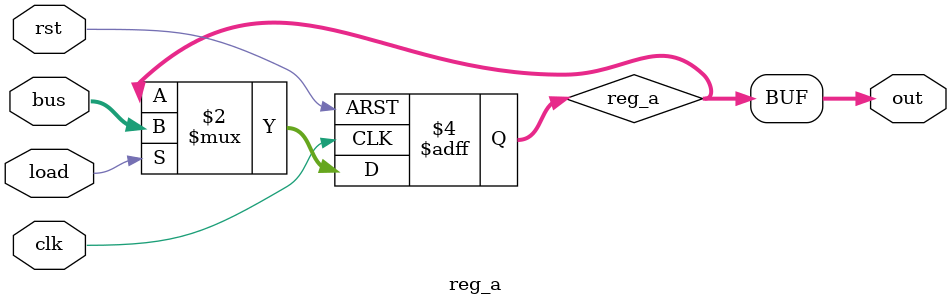
<source format=v>

module reg_a(
	input clk,
	input rst,
	input load,
	input[7:0] bus,

	output[7:0] out
);

	reg[7:0] reg_a;

	always @ (posedge clk, posedge rst)
	begin
		if (rst)
		begin
			reg_a <= 8'b0;
		end else if (load)
		begin
			reg_a <= bus;
		end
	end

	assign out = reg_a;

endmodule

</source>
